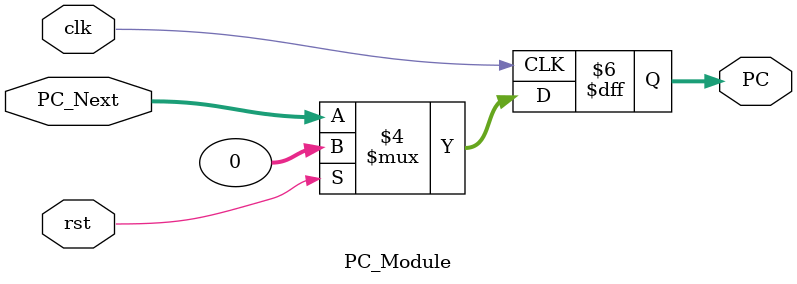
<source format=v>


module PC_Module(clk,rst,PC,PC_Next);
    input clk,rst;
    input [31:0]PC_Next;
    output [31:0]PC;
    reg [31:0]PC;

    always @(posedge clk)
    begin
        if(rst==1'b1)
            PC <= {32{1'b0}};
        else
            PC <= PC_Next;
    end
endmodule
</source>
